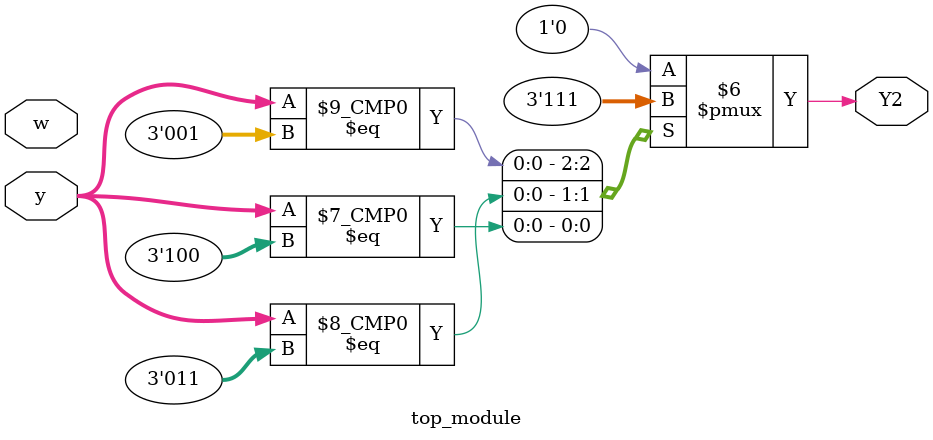
<source format=sv>
module top_module(
    input [3:1] y,
    input w,
    output reg Y2);

    // State encoding
    parameter A = 3'b000;
    parameter B = 3'b001;
    parameter C = 3'b010;
    parameter D = 3'b011;
    parameter E = 3'b100;
    parameter F = 3'b101;

    // Next state logic for y[2]
    always @(*) begin
        case (y)
            A: Y2 = 1'b0;  // Both transitions from A lead to states with y[2] = 0
            B: Y2 = (w == 0) ? 1'b1 : 1'b1;  // Transitions to C or D both have y[2] = 1
            C: Y2 = 1'b0;  // Both transitions from C lead to states with y[2] = 0
            D: Y2 = 1'b1;  // Both transitions from D lead to states with y[2] = 1
            E: Y2 = 1'b1;  // Both transitions from E lead to states with y[2] = 1
            F: Y2 = 1'b0;  // Both transitions from F lead to states with y[2] = 0
            default: Y2 = 1'b0;  // Default safe state
        endcase
    end

endmodule

</source>
